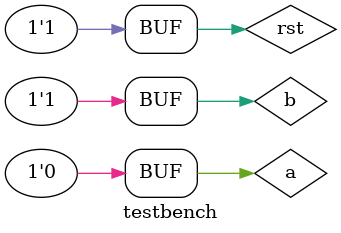
<source format=v>
`timescale 1ns / 1ps

module testbench();
    reg a, b, rst;
    wire out;
    
    test t1(
        .in1(a),
        .in2(b),
        .out(out)
    );
    
    initial begin
        rst = 1'b1;
        a = 1'b0;
        b = 1'b0;
        #(2);
        
        a = 1'b1;
        b = 1'b0;
        #(2);
        
        a = 1'b0;  
        b = 1'b1; 
        #(2);
        a = 1'b1;
        b = 1'b1;
        #(2);
        
        a = 1'b0;   
        #(2);
        
        rst = 1'b0;
        #(1);
        rst = 1'b1;

        a = 1'b1;
        #(2);
        
        a = 1'b0;   
        #(2);
    end

endmodule

</source>
